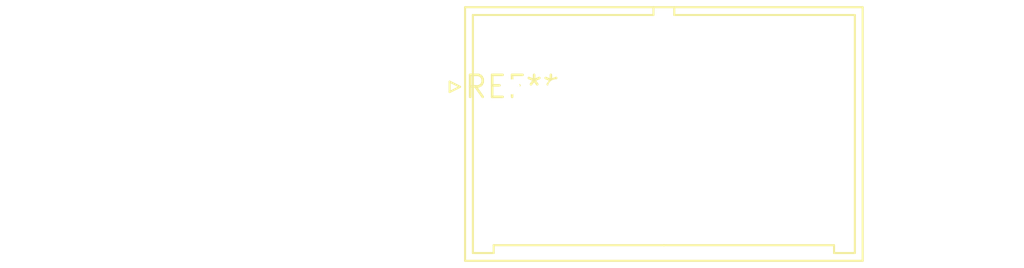
<source format=kicad_pcb>
(kicad_pcb (version 20240108) (generator pcbnew)
  (layers (0 "F.Cu" signal) (31 "B.Cu" signal) (34 "B.Paste" user) (35 "F.Paste" user) (36 "B.SilkS" user "B.Silkscreen") (37 "F.SilkS" user "F.Silkscreen") (38 "B.Mask" user) (39 "F.Mask" user) (44 "Edge.Cuts" user))
  (net 0 "")
  (footprint "JST_J2100_B16B-J21DK-GGXR_2x08_P2.50x4.00mm_Vertical" (layer "F.Cu") (at 0 0)
    (property "Reference" "REF**")
    (property "Value" "JST_J2100_B16B-J21DK-GGXR_2x08_P2.50x4.00mm_Vertical")
    (fp_line (start -3.6 -0.3) (end -3 0) (layer "F.SilkS") (stroke (width 0.12)))
    (fp_line (start -3.6 0.3) (end -3.6 -0.3) (layer "F.SilkS") (stroke (width 0.12)))
    (fp_line (start -3 0) (end -3.6 0.3) (layer "F.SilkS") (stroke (width 0.12)))
    (fp_line (start -2.71 -4.59) (end -2.71 10.03) (layer "F.SilkS") (stroke (width 0.12)))
    (fp_line (start -2.71 10.03) (end 20.21 10.03) (layer "F.SilkS") (stroke (width 0.12)))
    (fp_line (start -2.26 -4.14) (end -2.26 9.58) (layer "F.SilkS") (stroke (width 0.12)))
    (fp_line (start -2.26 9.58) (end -1.06 9.58) (layer "F.SilkS") (stroke (width 0.12)))
    (fp_line (start -1.06 9.13) (end 8.75 9.13) (layer "F.SilkS") (stroke (width 0.12)))
    (fp_line (start -1.06 9.58) (end -1.06 9.13) (layer "F.SilkS") (stroke (width 0.12)))
    (fp_line (start 8.15 -4.59) (end 8.15 -4.14) (layer "F.SilkS") (stroke (width 0.12)))
    (fp_line (start 8.15 -4.14) (end -2.26 -4.14) (layer "F.SilkS") (stroke (width 0.12)))
    (fp_line (start 9.35 -4.59) (end 9.35 -4.14) (layer "F.SilkS") (stroke (width 0.12)))
    (fp_line (start 9.35 -4.14) (end 19.76 -4.14) (layer "F.SilkS") (stroke (width 0.12)))
    (fp_line (start 18.56 9.13) (end 8.75 9.13) (layer "F.SilkS") (stroke (width 0.12)))
    (fp_line (start 18.56 9.58) (end 18.56 9.13) (layer "F.SilkS") (stroke (width 0.12)))
    (fp_line (start 19.76 -4.14) (end 19.76 9.58) (layer "F.SilkS") (stroke (width 0.12)))
    (fp_line (start 19.76 9.58) (end 18.56 9.58) (layer "F.SilkS") (stroke (width 0.12)))
    (fp_line (start 20.21 -4.59) (end -2.71 -4.59) (layer "F.SilkS") (stroke (width 0.12)))
    (fp_line (start 20.21 10.03) (end 20.21 -4.59) (layer "F.SilkS") (stroke (width 0.12)))
    (pad "" thru_hole circle (at 0 7.3) (size 3 3) (drill 2) (layers *.Cu *.Mask) (remove_unused_layers))
    (pad "" thru_hole circle (at 17.5 7.3) (size 3 3) (drill 2) (layers *.Cu *.Mask) (remove_unused_layers))
    (pad "1" thru_hole roundrect (at 0 0) (size 1.7 1.86) (drill 0.86) (layers *.Cu *.Mask) (remove_unused_layers) (roundrect_rratio 0.147059))
    (pad "2" thru_hole oval (at 2.5 0) (size 1.7 1.86) (drill 0.86) (layers *.Cu *.Mask) (remove_unused_layers))
    (pad "3" thru_hole oval (at 5 0) (size 1.7 1.86) (drill 0.86) (layers *.Cu *.Mask) (remove_unused_layers))
    (pad "4" thru_hole oval (at 7.5 0) (size 1.7 1.86) (drill 0.86) (layers *.Cu *.Mask) (remove_unused_layers))
    (pad "5" thru_hole oval (at 10 0) (size 1.7 1.86) (drill 0.86) (layers *.Cu *.Mask) (remove_unused_layers))
    (pad "6" thru_hole oval (at 12.5 0) (size 1.7 1.86) (drill 0.86) (layers *.Cu *.Mask) (remove_unused_layers))
    (pad "7" thru_hole oval (at 15 0) (size 1.7 1.86) (drill 0.86) (layers *.Cu *.Mask) (remove_unused_layers))
    (pad "8" thru_hole oval (at 17.5 0) (size 1.7 1.86) (drill 0.86) (layers *.Cu *.Mask) (remove_unused_layers))
    (pad "9" thru_hole oval (at 0 4) (size 1.7 1.86) (drill 0.86) (layers *.Cu *.Mask) (remove_unused_layers))
    (pad "10" thru_hole oval (at 2.5 4) (size 1.7 1.86) (drill 0.86) (layers *.Cu *.Mask) (remove_unused_layers))
    (pad "11" thru_hole oval (at 5 4) (size 1.7 1.86) (drill 0.86) (layers *.Cu *.Mask) (remove_unused_layers))
    (pad "12" thru_hole oval (at 7.5 4) (size 1.7 1.86) (drill 0.86) (layers *.Cu *.Mask) (remove_unused_layers))
    (pad "13" thru_hole oval (at 10 4) (size 1.7 1.86) (drill 0.86) (layers *.Cu *.Mask) (remove_unused_layers))
    (pad "14" thru_hole oval (at 12.5 4) (size 1.7 1.86) (drill 0.86) (layers *.Cu *.Mask) (remove_unused_layers))
    (pad "15" thru_hole oval (at 15 4) (size 1.7 1.86) (drill 0.86) (layers *.Cu *.Mask) (remove_unused_layers))
    (pad "16" thru_hole oval (at 17.5 4) (size 1.7 1.86) (drill 0.86) (layers *.Cu *.Mask) (remove_unused_layers))
  )
)
</source>
